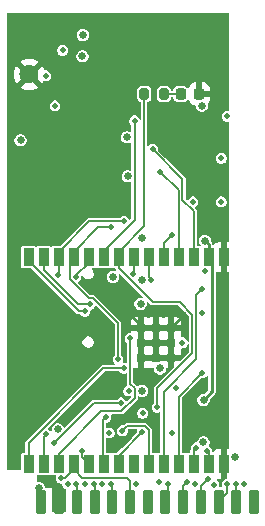
<source format=gtl>
%TF.GenerationSoftware,KiCad,Pcbnew,9.0.4*%
%TF.CreationDate,2025-10-19T20:36:53-04:00*%
%TF.ProjectId,the-spirit-board,7468652d-7370-4697-9269-742d626f6172,rev?*%
%TF.SameCoordinates,Original*%
%TF.FileFunction,Copper,L1,Top*%
%TF.FilePolarity,Positive*%
%FSLAX46Y46*%
G04 Gerber Fmt 4.6, Leading zero omitted, Abs format (unit mm)*
G04 Created by KiCad (PCBNEW 9.0.4) date 2025-10-19 20:36:53*
%MOMM*%
%LPD*%
G01*
G04 APERTURE LIST*
G04 Aperture macros list*
%AMRoundRect*
0 Rectangle with rounded corners*
0 $1 Rounding radius*
0 $2 $3 $4 $5 $6 $7 $8 $9 X,Y pos of 4 corners*
0 Add a 4 corners polygon primitive as box body*
4,1,4,$2,$3,$4,$5,$6,$7,$8,$9,$2,$3,0*
0 Add four circle primitives for the rounded corners*
1,1,$1+$1,$2,$3*
1,1,$1+$1,$4,$5*
1,1,$1+$1,$6,$7*
1,1,$1+$1,$8,$9*
0 Add four rect primitives between the rounded corners*
20,1,$1+$1,$2,$3,$4,$5,0*
20,1,$1+$1,$4,$5,$6,$7,0*
20,1,$1+$1,$6,$7,$8,$9,0*
20,1,$1+$1,$8,$9,$2,$3,0*%
G04 Aperture macros list end*
%TA.AperFunction,SMDPad,CuDef*%
%ADD10RoundRect,0.120000X-0.280000X0.880000X-0.280000X-0.880000X0.280000X-0.880000X0.280000X0.880000X0*%
%TD*%
%TA.AperFunction,SMDPad,CuDef*%
%ADD11RoundRect,0.218750X0.218750X0.256250X-0.218750X0.256250X-0.218750X-0.256250X0.218750X-0.256250X0*%
%TD*%
%TA.AperFunction,SMDPad,CuDef*%
%ADD12RoundRect,0.200000X-0.200000X-0.275000X0.200000X-0.275000X0.200000X0.275000X-0.200000X0.275000X0*%
%TD*%
%TA.AperFunction,SMDPad,CuDef*%
%ADD13R,0.900000X1.500000*%
%TD*%
%TA.AperFunction,SMDPad,CuDef*%
%ADD14R,0.800000X0.800000*%
%TD*%
%TA.AperFunction,ComponentPad*%
%ADD15C,1.625000*%
%TD*%
%TA.AperFunction,ViaPad*%
%ADD16C,0.637000*%
%TD*%
%TA.AperFunction,ViaPad*%
%ADD17C,0.512000*%
%TD*%
%TA.AperFunction,Conductor*%
%ADD18C,0.256000*%
%TD*%
%TA.AperFunction,Conductor*%
%ADD19C,0.127000*%
%TD*%
G04 APERTURE END LIST*
D10*
%TO.P,U1,13,IR*%
%TO.N,unconnected-(U1-IR-Pad13)*%
X161500000Y-144000000D03*
%TO.P,U1,14,/RTS_(SDI)*%
%TO.N,/{slash}RTS_(SDI)*%
X160000000Y-144000000D03*
%TO.P,U1,15,D0*%
%TO.N,/D0*%
X158500000Y-144000000D03*
%TO.P,U1,16,D1*%
%TO.N,/D1*%
X157000000Y-144000000D03*
%TO.P,U1,17,D2_(SDO)*%
%TO.N,/D2_(SDO)*%
X155500000Y-144000000D03*
%TO.P,U1,18,D3_(SCLK)*%
%TO.N,/D3_(SCLK)*%
X154000000Y-144000000D03*
%TO.P,U1,19,/RESET*%
%TO.N,unconnected-(U1-{slash}RESET-Pad19)*%
X152500000Y-144000000D03*
%TO.P,U1,20,/TUMMY*%
%TO.N,/IO20*%
X151000000Y-144000000D03*
%TO.P,U1,21,/BACK*%
%TO.N,/IO21*%
X149500000Y-144000000D03*
%TO.P,U1,22,GEAR_ROT*%
%TO.N,/GEAR_ROT*%
X148000000Y-144000000D03*
%TO.P,U1,23,/CAM_HOME*%
%TO.N,/IO11*%
X146500000Y-144000000D03*
%TO.P,U1,24,GND*%
%TO.N,GND*%
X145000000Y-144000000D03*
%TO.P,U1,25,+5.31V*%
%TO.N,+5.31V*%
X143500000Y-144000000D03*
%TD*%
D11*
%TO.P,D2,1,K*%
%TO.N,GND*%
X156870500Y-109474000D03*
%TO.P,D2,2,A*%
%TO.N,Net-(D2-A)*%
X155295500Y-109474000D03*
%TD*%
D12*
%TO.P,R34,1*%
%TO.N,/IO0*%
X152210000Y-109474000D03*
%TO.P,R34,2*%
%TO.N,Net-(D2-A)*%
X153860000Y-109474000D03*
%TD*%
D13*
%TO.P,IC1,1,GND_1*%
%TO.N,GND*%
X158920000Y-123305000D03*
%TO.P,IC1,2,3V3*%
%TO.N,+3.3V*%
X157650000Y-123305000D03*
%TO.P,IC1,3,EN*%
%TO.N,/EN*%
X156380000Y-123305000D03*
%TO.P,IC1,4,IO4*%
%TO.N,/IO4*%
X155110000Y-123305000D03*
%TO.P,IC1,5,IO5*%
%TO.N,/IO5*%
X153840000Y-123305000D03*
%TO.P,IC1,6,IO6*%
%TO.N,/IO6*%
X152570000Y-123305000D03*
%TO.P,IC1,7,IO7*%
%TO.N,/IO7*%
X151300000Y-123305000D03*
%TO.P,IC1,8,IO0*%
%TO.N,/IO0*%
X150030000Y-123305000D03*
%TO.P,IC1,9,IO1*%
%TO.N,/IO1*%
X148760000Y-123305000D03*
%TO.P,IC1,10,IO8*%
%TO.N,/IO8*%
X147490000Y-123305000D03*
%TO.P,IC1,11,IO10*%
%TO.N,/IO10*%
X146220000Y-123305000D03*
%TO.P,IC1,12,IO11*%
%TO.N,/IO11*%
X144950000Y-123305000D03*
%TO.P,IC1,13,IO12*%
%TO.N,/IO12*%
X143680000Y-123305000D03*
%TO.P,IC1,14,IO13*%
%TO.N,/IO13*%
X142410000Y-123305000D03*
%TO.P,IC1,15,IO9*%
%TO.N,/IO9*%
X142410000Y-140805000D03*
%TO.P,IC1,16,IO18*%
%TO.N,/IO18*%
X143680000Y-140805000D03*
%TO.P,IC1,17,IO19*%
%TO.N,/IO19*%
X144950000Y-140805000D03*
%TO.P,IC1,18,IO20*%
%TO.N,/IO20*%
X146220000Y-140805000D03*
%TO.P,IC1,19,IO21*%
%TO.N,/IO21*%
X147490000Y-140805000D03*
%TO.P,IC1,20,IO22*%
%TO.N,/IO22*%
X148760000Y-140805000D03*
%TO.P,IC1,21,IO23*%
%TO.N,/IO23*%
X150030000Y-140805000D03*
%TO.P,IC1,22,NC*%
%TO.N,unconnected-(IC1-NC-Pad22)*%
X151300000Y-140805000D03*
%TO.P,IC1,23,IO15*%
%TO.N,/IO15*%
X152570000Y-140805000D03*
%TO.P,IC1,24,RXD0*%
%TO.N,/RXD0*%
X153840000Y-140805000D03*
%TO.P,IC1,25,TXD0*%
%TO.N,/TXD0*%
X155110000Y-140805000D03*
%TO.P,IC1,26,IO3*%
%TO.N,/IO3*%
X156380000Y-140805000D03*
%TO.P,IC1,27,IO2*%
%TO.N,/IO2*%
X157650000Y-140805000D03*
%TO.P,IC1,28,GND_2*%
%TO.N,GND*%
X158920000Y-140805000D03*
D14*
%TO.P,IC1,29,GND_3*%
X153200000Y-130550000D03*
%TO.P,IC1,30,GND_4*%
X154450000Y-129300000D03*
%TO.P,IC1,31,GND_5*%
X153200000Y-129300000D03*
%TO.P,IC1,32,GND_6*%
X151950000Y-129300000D03*
%TO.P,IC1,33,GND_7*%
X151950000Y-130550000D03*
%TO.P,IC1,34,GND_8*%
X151950000Y-131800000D03*
%TO.P,IC1,35,GND_9*%
X153200000Y-131800000D03*
%TO.P,IC1,36,GND_10*%
X154450000Y-131800000D03*
%TO.P,IC1,37,GND_11*%
X154450000Y-130550000D03*
%TD*%
D15*
%TO.P,IC3,3,GND*%
%TO.N,GND*%
X142481000Y-107834000D03*
%TD*%
D16*
%TO.N,GND*%
X155480963Y-128237037D03*
X143668000Y-142113000D03*
X145161000Y-133604000D03*
X158115000Y-110998000D03*
X147000000Y-117000000D03*
X142875000Y-131699000D03*
X149500000Y-133500000D03*
X145034000Y-121285000D03*
X147614500Y-131445000D03*
X151003000Y-128143000D03*
X143002000Y-121285000D03*
D17*
%TO.N,/EN*%
X152908000Y-114173000D03*
D16*
%TO.N,+3.3V*%
X152005750Y-121693324D03*
X153543000Y-132718502D03*
X152019000Y-134620000D03*
D17*
X149236500Y-138179076D03*
D16*
X157214307Y-138972496D03*
X144876463Y-137891463D03*
X141732000Y-113411000D03*
X147000000Y-104500000D03*
X157353000Y-121920000D03*
X151892000Y-127254000D03*
X152006497Y-125222000D03*
X150749000Y-113157000D03*
X146968000Y-106299000D03*
X157226000Y-135382000D03*
X150802000Y-116459000D03*
%TO.N,+5.31V*%
X143318500Y-142873539D03*
X159888502Y-140208000D03*
D17*
%TO.N,/RXD0*%
X144653000Y-110490000D03*
X157119500Y-125984000D03*
%TO.N,/IO15*%
X145708389Y-142506074D03*
X150356500Y-138007457D03*
%TO.N,/IO20*%
X145188315Y-142019792D03*
%TO.N,/IO21*%
X146945399Y-139691555D03*
X149352000Y-142505500D03*
%TO.N,/IO8*%
X146431000Y-124968000D03*
X147206201Y-142505500D03*
%TO.N,/IO10*%
X149352000Y-120788500D03*
X149987000Y-131953000D03*
%TO.N,/TXD0*%
X157119500Y-133096000D03*
X145288000Y-105791000D03*
%TO.N,/IO12*%
X147587948Y-127296578D03*
%TO.N,/IO6*%
X152781000Y-125222000D03*
%TO.N,/IO11*%
X144907000Y-124841000D03*
X150495000Y-120269000D03*
X146431000Y-142494000D03*
%TO.N,/IO1*%
X151384000Y-111760000D03*
%TO.N,/IO23*%
X152019198Y-138105613D03*
%TO.N,/IO19*%
X151003000Y-130175000D03*
%TO.N,/IO5*%
X154559000Y-121412000D03*
%TO.N,/IO3*%
X156337000Y-118618000D03*
X156600000Y-139446000D03*
%TO.N,/IO13*%
X147193000Y-127889000D03*
%TO.N,/IO0*%
X153320500Y-136017000D03*
%TO.N,/IO22*%
X156488651Y-142469349D03*
X148971000Y-136867503D03*
%TO.N,/IO4*%
X153543000Y-116078000D03*
%TO.N,/IO18*%
X143891000Y-138303000D03*
X143891000Y-107950000D03*
%TO.N,/IO7*%
X148628656Y-142516841D03*
X151257000Y-124714000D03*
%TO.N,/{slash}INIT*%
X150241000Y-135636000D03*
X144526000Y-139065000D03*
X154559000Y-138176000D03*
%TO.N,/D2_(SDO)*%
X155785067Y-142360183D03*
X157353000Y-124511002D03*
%TO.N,/GEAR_ROT*%
X150876000Y-134620000D03*
X147917168Y-142543889D03*
%TO.N,/D3_(SCLK)*%
X157119500Y-128016000D03*
X154230500Y-142494000D03*
%TO.N,/D0*%
X159232876Y-142543938D03*
X158724500Y-118618000D03*
%TO.N,/TILT*%
X158110027Y-142554590D03*
X152075613Y-136524802D03*
%TO.N,/{slash}RTS_(SDI)*%
X159944876Y-142545682D03*
%TO.N,/GEAR_LED*%
X154928500Y-134366000D03*
X151519500Y-142494000D03*
%TO.N,/D1*%
X158724500Y-114935000D03*
X157574951Y-142084865D03*
%TO.N,/{slash}CTS*%
X159244000Y-111379000D03*
X160655000Y-142494000D03*
%TO.N,/IO2*%
X157480000Y-139700000D03*
D16*
%TO.N,V_USB*%
X157079963Y-110467500D03*
X149565500Y-124968000D03*
D17*
%TO.N,/{slash}POWER_DOWN*%
X155436500Y-130556000D03*
X153416000Y-142367000D03*
%TO.N,/IO9*%
X150483500Y-132715000D03*
%TD*%
D18*
%TO.N,GND*%
X154450000Y-129268000D02*
X155480963Y-128237037D01*
X154450000Y-129300000D02*
X154450000Y-129268000D01*
X144113000Y-142113000D02*
X143668000Y-142113000D01*
X151950000Y-129090000D02*
X151003000Y-128143000D01*
X145000000Y-143000000D02*
X144113000Y-142113000D01*
X151950000Y-129300000D02*
X151950000Y-129090000D01*
X145000000Y-144000000D02*
X145000000Y-143000000D01*
D19*
%TO.N,/EN*%
X155438000Y-118455099D02*
X155438000Y-116703000D01*
X156380000Y-119397099D02*
X155438000Y-118455099D01*
X156380000Y-123305000D02*
X156380000Y-119397099D01*
X155438000Y-116703000D02*
X152908000Y-114173000D01*
D18*
%TO.N,+3.3V*%
X157938000Y-134670000D02*
X157938000Y-123593000D01*
X157650000Y-123305000D02*
X157650000Y-122217000D01*
X157650000Y-122217000D02*
X157353000Y-121920000D01*
X157226000Y-135382000D02*
X157938000Y-134670000D01*
X157938000Y-123593000D02*
X157650000Y-123305000D01*
%TO.N,+5.31V*%
X143500000Y-144000000D02*
X143500000Y-143055039D01*
X143500000Y-143055039D02*
X143318500Y-142873539D01*
D19*
%TO.N,/RXD0*%
X156599000Y-131959401D02*
X156599000Y-126504500D01*
X153840000Y-134718401D02*
X156599000Y-131959401D01*
X156599000Y-126504500D02*
X157119500Y-125984000D01*
X153840000Y-140805000D02*
X153840000Y-134718401D01*
%TO.N,/IO15*%
X152570000Y-137920316D02*
X152234797Y-137585113D01*
X152570000Y-140805000D02*
X152570000Y-137920316D01*
X152234797Y-137585113D02*
X150778844Y-137585113D01*
X150778844Y-137585113D02*
X150356500Y-138007457D01*
%TO.N,/IO20*%
X150749000Y-141986000D02*
X146942000Y-141986000D01*
X146942000Y-141986000D02*
X146220000Y-141264000D01*
X145464208Y-142019792D02*
X145188315Y-142019792D01*
X151000000Y-144000000D02*
X151000000Y-142237000D01*
X151000000Y-142237000D02*
X150749000Y-141986000D01*
X146220000Y-141264000D02*
X145464208Y-142019792D01*
X146220000Y-141264000D02*
X146220000Y-140805000D01*
%TO.N,/IO21*%
X146945399Y-140260399D02*
X146945399Y-139691555D01*
X147490000Y-140805000D02*
X146945399Y-140260399D01*
X149500000Y-142653500D02*
X149352000Y-142505500D01*
X149500000Y-144000000D02*
X149500000Y-142653500D01*
%TO.N,/IO8*%
X146431000Y-124968000D02*
X146431000Y-124817610D01*
X146431000Y-124817610D02*
X147490000Y-123758610D01*
X147490000Y-123758610D02*
X147490000Y-123305000D01*
%TO.N,/IO10*%
X148277500Y-120788500D02*
X149352000Y-120788500D01*
X147858078Y-126776078D02*
X149987000Y-128905000D01*
X146220000Y-123305000D02*
X146220000Y-122846000D01*
X145910500Y-123614500D02*
X145910500Y-125183599D01*
X145910500Y-125183599D02*
X147502979Y-126776078D01*
X146220000Y-123305000D02*
X145910500Y-123614500D01*
X146220000Y-122846000D02*
X148277500Y-120788500D01*
X147502979Y-126776078D02*
X147858078Y-126776078D01*
X149987000Y-128905000D02*
X149987000Y-131953000D01*
%TO.N,/TXD0*%
X155110000Y-140805000D02*
X155110000Y-135105500D01*
X155110000Y-135105500D02*
X157119500Y-133096000D01*
%TO.N,/IO12*%
X143680000Y-123305000D02*
X143680000Y-124350099D01*
X146626479Y-127296578D02*
X147587948Y-127296578D01*
X143680000Y-124350099D02*
X146626479Y-127296578D01*
%TO.N,/IO6*%
X152570000Y-123305000D02*
X152570000Y-125011000D01*
X152570000Y-125011000D02*
X152781000Y-125222000D01*
%TO.N,/IO11*%
X144950000Y-122846000D02*
X147527000Y-120269000D01*
X144907000Y-124841000D02*
X144950000Y-124798000D01*
X144950000Y-123305000D02*
X144950000Y-122846000D01*
X144950000Y-124798000D02*
X144950000Y-123305000D01*
X146500000Y-142563000D02*
X146431000Y-142494000D01*
X147527000Y-120269000D02*
X150495000Y-120269000D01*
X146500000Y-144000000D02*
X146500000Y-142563000D01*
%TO.N,/IO1*%
X148760000Y-122740099D02*
X151384000Y-120116099D01*
X148760000Y-123305000D02*
X148760000Y-122740099D01*
X151384000Y-120116099D02*
X151384000Y-111760000D01*
%TO.N,/IO23*%
X150030000Y-140805000D02*
X150030000Y-140094811D01*
X150030000Y-140094811D02*
X152019198Y-138105613D01*
%TO.N,/IO19*%
X144950000Y-140805000D02*
X144950000Y-139928000D01*
X151396500Y-134404401D02*
X151003000Y-134010901D01*
X151003000Y-134010901D02*
X151003000Y-130175000D01*
X148529997Y-136348003D02*
X150265096Y-136348003D01*
X150265096Y-136348003D02*
X151396500Y-135216599D01*
X144950000Y-139928000D02*
X148529997Y-136348003D01*
X151396500Y-135216599D02*
X151396500Y-134404401D01*
%TO.N,/IO5*%
X153840000Y-122131000D02*
X154559000Y-121412000D01*
X153840000Y-123305000D02*
X153840000Y-122131000D01*
%TO.N,/IO3*%
X156380000Y-140805000D02*
X156380000Y-139666000D01*
X156380000Y-139666000D02*
X156600000Y-139446000D01*
%TO.N,/IO13*%
X142410000Y-123305000D02*
X142410000Y-123614000D01*
X142410000Y-123614000D02*
X146685000Y-127889000D01*
X146685000Y-127889000D02*
X147193000Y-127889000D01*
%TO.N,/IO0*%
X152933901Y-127127000D02*
X154432000Y-127127000D01*
X155194000Y-127127000D02*
X156271000Y-128204000D01*
X150030000Y-124223099D02*
X152933901Y-127127000D01*
X150030000Y-123305000D02*
X150030000Y-124223099D01*
X156271000Y-131445000D02*
X153320500Y-134395500D01*
X152210000Y-120666000D02*
X152210000Y-109474000D01*
X154432000Y-127127000D02*
X155194000Y-127127000D01*
X156271000Y-128204000D02*
X156271000Y-131445000D01*
X153320500Y-134395500D02*
X153320500Y-136017000D01*
X150030000Y-122846000D02*
X152210000Y-120666000D01*
X150030000Y-123305000D02*
X150030000Y-122846000D01*
%TO.N,/IO22*%
X148717000Y-137121503D02*
X148717000Y-140762000D01*
X148971000Y-136867503D02*
X148717000Y-137121503D01*
X148717000Y-140762000D02*
X148760000Y-140805000D01*
%TO.N,/IO4*%
X155110000Y-123305000D02*
X155110000Y-117645000D01*
X155110000Y-117645000D02*
X153543000Y-116078000D01*
%TO.N,/IO18*%
X143680000Y-138514000D02*
X143891000Y-138303000D01*
X143680000Y-140805000D02*
X143680000Y-138514000D01*
%TO.N,/IO7*%
X151257000Y-124714000D02*
X151300000Y-124671000D01*
X151300000Y-124671000D02*
X151300000Y-123305000D01*
%TO.N,/{slash}INIT*%
X147955000Y-135636000D02*
X150241000Y-135636000D01*
X144526000Y-139065000D02*
X147955000Y-135636000D01*
X144526000Y-139065000D02*
X144665500Y-138925500D01*
%TO.N,/D2_(SDO)*%
X155500000Y-144000000D02*
X155500000Y-142645250D01*
X155500000Y-142645250D02*
X155785067Y-142360183D01*
%TO.N,/GEAR_ROT*%
X148000000Y-144000000D02*
X148000000Y-142626721D01*
X148000000Y-142626721D02*
X147917168Y-142543889D01*
%TO.N,/D3_(SCLK)*%
X154230500Y-143769500D02*
X154230500Y-142494000D01*
X154000000Y-144000000D02*
X154230500Y-143769500D01*
%TO.N,/D0*%
X158500000Y-144000000D02*
X159232876Y-143267124D01*
X159232876Y-143267124D02*
X159232876Y-142543938D01*
%TO.N,/{slash}RTS_(SDI)*%
X160000000Y-142600806D02*
X160000000Y-144000000D01*
X159944876Y-142545682D02*
X160000000Y-142600806D01*
%TO.N,/D1*%
X157000000Y-144000000D02*
X157000000Y-142659816D01*
X157000000Y-142659816D02*
X157574951Y-142084865D01*
%TO.N,/IO2*%
X157650000Y-140805000D02*
X157650000Y-139870000D01*
X157650000Y-139870000D02*
X157480000Y-139700000D01*
%TO.N,Net-(D2-A)*%
X153860000Y-109474000D02*
X155295500Y-109474000D01*
%TO.N,/IO9*%
X142410000Y-139022000D02*
X148717000Y-132715000D01*
X148717000Y-132715000D02*
X150483500Y-132715000D01*
X142410000Y-140805000D02*
X142410000Y-139022000D01*
%TD*%
%TA.AperFunction,Conductor*%
%TO.N,GND*%
G36*
X144348499Y-141698869D02*
G01*
X144350329Y-141696132D01*
X144421767Y-141743866D01*
X144421769Y-141743867D01*
X144480252Y-141755500D01*
X144705875Y-141755500D01*
X144750069Y-141773806D01*
X144768375Y-141818000D01*
X144763619Y-141841914D01*
X144762925Y-141843589D01*
X144731815Y-141959688D01*
X144731815Y-142079895D01*
X144762924Y-142195991D01*
X144762926Y-142195996D01*
X144788331Y-142240000D01*
X143129000Y-142240000D01*
X143129000Y-141815494D01*
X143147306Y-141771300D01*
X143191500Y-141752994D01*
X143203686Y-141754194D01*
X143210252Y-141755500D01*
X143210255Y-141755500D01*
X144149748Y-141755500D01*
X144208231Y-141743867D01*
X144240957Y-141722000D01*
X144279671Y-141696132D01*
X144281500Y-141698869D01*
X144315000Y-141684993D01*
X144348499Y-141698869D01*
G37*
%TD.AperFunction*%
%TA.AperFunction,Conductor*%
G36*
X159366694Y-102634306D02*
G01*
X159385000Y-102678500D01*
X159385000Y-110862725D01*
X159366694Y-110906919D01*
X159322500Y-110925225D01*
X159306328Y-110923096D01*
X159304108Y-110922501D01*
X159304099Y-110922500D01*
X159183901Y-110922500D01*
X159183896Y-110922500D01*
X159067800Y-110953609D01*
X159067798Y-110953610D01*
X158963701Y-111013709D01*
X158878709Y-111098701D01*
X158818610Y-111202798D01*
X158818609Y-111202800D01*
X158787500Y-111318896D01*
X158787500Y-111439103D01*
X158818609Y-111555199D01*
X158818610Y-111555202D01*
X158878709Y-111659298D01*
X158963702Y-111744291D01*
X159067798Y-111804390D01*
X159138850Y-111823428D01*
X159183896Y-111835499D01*
X159183898Y-111835499D01*
X159183901Y-111835500D01*
X159183903Y-111835500D01*
X159304099Y-111835500D01*
X159306316Y-111834906D01*
X159307464Y-111835057D01*
X159308164Y-111834965D01*
X159308188Y-111835152D01*
X159353743Y-111841144D01*
X159382868Y-111879090D01*
X159385000Y-111895274D01*
X159385000Y-121992500D01*
X159366694Y-122036694D01*
X159322500Y-122055000D01*
X159170000Y-122055000D01*
X159170000Y-124555000D01*
X159322500Y-124555000D01*
X159366694Y-124573306D01*
X159385000Y-124617500D01*
X159385000Y-139492500D01*
X159366694Y-139536694D01*
X159322500Y-139555000D01*
X159170000Y-139555000D01*
X159170000Y-142040224D01*
X159151694Y-142084418D01*
X159123677Y-142100594D01*
X159056676Y-142118547D01*
X159056674Y-142118548D01*
X158952577Y-142178647D01*
X158891224Y-142240000D01*
X158441026Y-142240000D01*
X158390322Y-142189296D01*
X158353341Y-142167945D01*
X158324221Y-142129995D01*
X158330465Y-142082569D01*
X158368415Y-142053449D01*
X158391274Y-142051677D01*
X158422169Y-142054999D01*
X158422178Y-142055000D01*
X158670000Y-142055000D01*
X158670000Y-139555000D01*
X158422164Y-139555000D01*
X158362622Y-139561402D01*
X158227908Y-139611647D01*
X158227905Y-139611649D01*
X158112813Y-139697808D01*
X158112808Y-139697813D01*
X158049033Y-139783006D01*
X158007894Y-139807415D01*
X157961545Y-139795584D01*
X157937136Y-139754445D01*
X157936500Y-139745551D01*
X157936500Y-139639902D01*
X157936499Y-139639896D01*
X157915466Y-139561402D01*
X157905390Y-139523798D01*
X157845291Y-139419702D01*
X157760298Y-139334709D01*
X157760295Y-139334706D01*
X157697555Y-139298483D01*
X157668435Y-139260533D01*
X157674679Y-139213107D01*
X157697938Y-139172822D01*
X157733307Y-139040824D01*
X157733307Y-138904168D01*
X157697938Y-138772170D01*
X157629610Y-138653823D01*
X157629608Y-138653821D01*
X157629605Y-138653817D01*
X157532985Y-138557197D01*
X157532981Y-138557194D01*
X157532980Y-138557193D01*
X157473806Y-138523029D01*
X157414632Y-138488864D01*
X157414628Y-138488863D01*
X157282641Y-138453497D01*
X157282636Y-138453496D01*
X157282635Y-138453496D01*
X157145979Y-138453496D01*
X157145978Y-138453496D01*
X157145972Y-138453497D01*
X157013985Y-138488863D01*
X157013981Y-138488864D01*
X156895632Y-138557194D01*
X156895628Y-138557197D01*
X156799008Y-138653817D01*
X156799005Y-138653821D01*
X156730675Y-138772170D01*
X156730674Y-138772174D01*
X156695308Y-138904161D01*
X156695307Y-138904169D01*
X156695307Y-138927000D01*
X156677001Y-138971194D01*
X156632807Y-138989500D01*
X156539896Y-138989500D01*
X156423800Y-139020609D01*
X156423798Y-139020610D01*
X156319701Y-139080709D01*
X156234709Y-139165701D01*
X156174610Y-139269798D01*
X156174609Y-139269800D01*
X156143500Y-139385896D01*
X156143500Y-139506103D01*
X156144679Y-139510501D01*
X156142051Y-139550592D01*
X156116000Y-139613487D01*
X156116000Y-139792000D01*
X156097694Y-139836194D01*
X156053500Y-139854500D01*
X155910252Y-139854500D01*
X155851769Y-139866132D01*
X155851767Y-139866133D01*
X155780329Y-139913868D01*
X155778499Y-139911130D01*
X155745000Y-139925007D01*
X155711500Y-139911130D01*
X155709671Y-139913868D01*
X155638232Y-139866133D01*
X155638230Y-139866132D01*
X155579748Y-139854500D01*
X155436500Y-139854500D01*
X155392306Y-139836194D01*
X155374000Y-139792000D01*
X155374000Y-135240739D01*
X155392305Y-135196546D01*
X157018045Y-133570805D01*
X157062239Y-133552500D01*
X157179597Y-133552500D01*
X157179599Y-133552500D01*
X157295702Y-133521390D01*
X157399798Y-133461291D01*
X157484791Y-133376298D01*
X157492873Y-133362298D01*
X157530823Y-133333179D01*
X157578250Y-133339422D01*
X157607370Y-133377372D01*
X157609500Y-133393549D01*
X157609500Y-134508042D01*
X157591194Y-134552236D01*
X157298736Y-134844694D01*
X157254542Y-134863000D01*
X157157672Y-134863000D01*
X157157671Y-134863000D01*
X157157665Y-134863001D01*
X157025678Y-134898367D01*
X157025674Y-134898368D01*
X156907325Y-134966698D01*
X156907321Y-134966701D01*
X156810701Y-135063321D01*
X156810698Y-135063325D01*
X156742368Y-135181674D01*
X156742367Y-135181678D01*
X156707001Y-135313665D01*
X156707000Y-135313673D01*
X156707000Y-135450326D01*
X156707001Y-135450334D01*
X156742367Y-135582321D01*
X156742368Y-135582325D01*
X156776533Y-135641499D01*
X156782427Y-135651709D01*
X156810698Y-135700674D01*
X156810701Y-135700678D01*
X156907321Y-135797298D01*
X156907325Y-135797301D01*
X156907327Y-135797303D01*
X157025674Y-135865631D01*
X157157672Y-135901000D01*
X157157673Y-135901000D01*
X157294327Y-135901000D01*
X157294328Y-135901000D01*
X157426326Y-135865631D01*
X157544673Y-135797303D01*
X157641303Y-135700673D01*
X157709631Y-135582326D01*
X157745000Y-135450328D01*
X157745000Y-135353456D01*
X157763305Y-135309263D01*
X158134557Y-134938010D01*
X158134562Y-134938007D01*
X158139702Y-134932866D01*
X158139704Y-134932866D01*
X158200866Y-134871704D01*
X158230529Y-134820326D01*
X158244114Y-134796797D01*
X158266501Y-134713248D01*
X158266501Y-134626752D01*
X158266501Y-134622928D01*
X158266500Y-134622910D01*
X158266500Y-124602762D01*
X158284806Y-124558568D01*
X158329000Y-124540262D01*
X158350845Y-124544204D01*
X158362623Y-124548597D01*
X158422164Y-124554999D01*
X158422178Y-124555000D01*
X158670000Y-124555000D01*
X158670000Y-122055000D01*
X158422164Y-122055000D01*
X158362622Y-122061402D01*
X158227908Y-122111647D01*
X158227905Y-122111649D01*
X158112813Y-122197808D01*
X158112811Y-122197810D01*
X158091033Y-122226902D01*
X158049893Y-122251310D01*
X158003544Y-122239479D01*
X157979136Y-122198339D01*
X157978500Y-122189446D01*
X157978500Y-122173753D01*
X157978498Y-122173745D01*
X157956115Y-122090207D01*
X157956114Y-122090204D01*
X157935789Y-122055000D01*
X157912866Y-122015296D01*
X157912864Y-122015294D01*
X157912861Y-122015290D01*
X157890306Y-121992735D01*
X157872000Y-121948541D01*
X157872000Y-121851673D01*
X157871998Y-121851665D01*
X157871665Y-121850424D01*
X157836631Y-121719674D01*
X157768303Y-121601327D01*
X157768301Y-121601325D01*
X157768298Y-121601321D01*
X157671678Y-121504701D01*
X157671674Y-121504698D01*
X157671673Y-121504697D01*
X157610291Y-121469258D01*
X157553325Y-121436368D01*
X157553321Y-121436367D01*
X157421334Y-121401001D01*
X157421329Y-121401000D01*
X157421328Y-121401000D01*
X157284672Y-121401000D01*
X157284671Y-121401000D01*
X157284665Y-121401001D01*
X157152678Y-121436367D01*
X157152674Y-121436368D01*
X157034325Y-121504698D01*
X157034321Y-121504701D01*
X156937701Y-121601321D01*
X156937698Y-121601325D01*
X156869368Y-121719674D01*
X156869367Y-121719678D01*
X156834001Y-121851665D01*
X156834000Y-121851673D01*
X156834000Y-121988326D01*
X156834001Y-121988334D01*
X156869367Y-122120321D01*
X156869368Y-122120325D01*
X156903533Y-122179499D01*
X156928097Y-122222046D01*
X156937698Y-122238674D01*
X156937701Y-122238678D01*
X156958432Y-122259409D01*
X156976738Y-122303603D01*
X156958432Y-122347797D01*
X156914238Y-122366103D01*
X156902045Y-122364902D01*
X156849748Y-122354500D01*
X156706500Y-122354500D01*
X156662306Y-122336194D01*
X156644000Y-122292000D01*
X156644000Y-119344586D01*
X156643999Y-119344583D01*
X156603810Y-119247558D01*
X156603806Y-119247553D01*
X156498803Y-119142550D01*
X156480497Y-119098356D01*
X156498803Y-119054162D01*
X156511748Y-119044229D01*
X156513200Y-119043390D01*
X156513202Y-119043390D01*
X156617298Y-118983291D01*
X156702291Y-118898298D01*
X156762390Y-118794202D01*
X156793500Y-118678099D01*
X156793500Y-118557901D01*
X156793499Y-118557896D01*
X158268000Y-118557896D01*
X158268000Y-118678103D01*
X158291138Y-118764451D01*
X158299110Y-118794202D01*
X158359209Y-118898298D01*
X158444202Y-118983291D01*
X158548298Y-119043390D01*
X158619350Y-119062428D01*
X158664396Y-119074499D01*
X158664398Y-119074499D01*
X158664401Y-119074500D01*
X158664403Y-119074500D01*
X158784597Y-119074500D01*
X158784599Y-119074500D01*
X158900702Y-119043390D01*
X159004798Y-118983291D01*
X159089791Y-118898298D01*
X159149890Y-118794202D01*
X159181000Y-118678099D01*
X159181000Y-118557901D01*
X159149890Y-118441798D01*
X159089791Y-118337702D01*
X159004798Y-118252709D01*
X158900702Y-118192610D01*
X158900699Y-118192609D01*
X158784603Y-118161500D01*
X158784599Y-118161500D01*
X158664401Y-118161500D01*
X158664396Y-118161500D01*
X158548300Y-118192609D01*
X158548298Y-118192610D01*
X158444201Y-118252709D01*
X158359209Y-118337701D01*
X158299110Y-118441798D01*
X158299109Y-118441800D01*
X158268000Y-118557896D01*
X156793499Y-118557896D01*
X156762390Y-118441798D01*
X156702291Y-118337702D01*
X156617298Y-118252709D01*
X156513202Y-118192610D01*
X156513199Y-118192609D01*
X156397103Y-118161500D01*
X156397099Y-118161500D01*
X156276901Y-118161500D01*
X156276896Y-118161500D01*
X156160800Y-118192609D01*
X156160798Y-118192610D01*
X156056701Y-118252709D01*
X155971709Y-118337701D01*
X155910770Y-118443252D01*
X155872819Y-118472372D01*
X155825393Y-118466129D01*
X155812449Y-118456196D01*
X155720306Y-118364053D01*
X155702000Y-118319859D01*
X155702000Y-116650487D01*
X155701999Y-116650484D01*
X155661810Y-116553459D01*
X155661806Y-116553454D01*
X153983248Y-114874896D01*
X158268000Y-114874896D01*
X158268000Y-114995103D01*
X158299109Y-115111199D01*
X158299110Y-115111202D01*
X158359209Y-115215298D01*
X158444202Y-115300291D01*
X158548298Y-115360390D01*
X158619350Y-115379428D01*
X158664396Y-115391499D01*
X158664398Y-115391499D01*
X158664401Y-115391500D01*
X158664403Y-115391500D01*
X158784597Y-115391500D01*
X158784599Y-115391500D01*
X158900702Y-115360390D01*
X159004798Y-115300291D01*
X159089791Y-115215298D01*
X159149890Y-115111202D01*
X159181000Y-114995099D01*
X159181000Y-114874901D01*
X159149890Y-114758798D01*
X159089791Y-114654702D01*
X159004798Y-114569709D01*
X158900702Y-114509610D01*
X158900699Y-114509609D01*
X158784603Y-114478500D01*
X158784599Y-114478500D01*
X158664401Y-114478500D01*
X158664396Y-114478500D01*
X158548300Y-114509609D01*
X158548298Y-114509610D01*
X158444201Y-114569709D01*
X158359209Y-114654701D01*
X158299110Y-114758798D01*
X158299109Y-114758800D01*
X158268000Y-114874896D01*
X153983248Y-114874896D01*
X153382806Y-114274454D01*
X153364500Y-114230260D01*
X153364500Y-114112902D01*
X153364499Y-114112896D01*
X153342000Y-114028930D01*
X153333390Y-113996798D01*
X153273291Y-113892702D01*
X153188298Y-113807709D01*
X153084202Y-113747610D01*
X153084199Y-113747609D01*
X152968103Y-113716500D01*
X152968099Y-113716500D01*
X152847901Y-113716500D01*
X152847896Y-113716500D01*
X152731800Y-113747609D01*
X152731798Y-113747610D01*
X152627701Y-113807709D01*
X152580694Y-113854717D01*
X152536500Y-113873023D01*
X152492306Y-113854717D01*
X152474000Y-113810523D01*
X152474000Y-110197735D01*
X152492306Y-110153541D01*
X152526723Y-110136004D01*
X152535304Y-110134646D01*
X152648342Y-110077050D01*
X152738050Y-109987342D01*
X152795646Y-109874304D01*
X152795647Y-109874298D01*
X152810498Y-109780532D01*
X152810498Y-109780531D01*
X152810500Y-109780519D01*
X152810499Y-109167483D01*
X153259500Y-109167483D01*
X153259500Y-109780514D01*
X153259501Y-109780519D01*
X153274354Y-109874304D01*
X153274354Y-109874305D01*
X153309646Y-109943568D01*
X153331950Y-109987342D01*
X153421658Y-110077050D01*
X153534696Y-110134646D01*
X153534699Y-110134646D01*
X153534701Y-110134647D01*
X153628467Y-110149498D01*
X153628469Y-110149498D01*
X153628481Y-110149500D01*
X154091518Y-110149499D01*
X154185304Y-110134646D01*
X154298342Y-110077050D01*
X154388050Y-109987342D01*
X154445646Y-109874304D01*
X154445647Y-109874298D01*
X154458885Y-109790722D01*
X154469007Y-109774204D01*
X154476421Y-109756306D01*
X154481184Y-109754332D01*
X154483879Y-109749936D01*
X154520615Y-109738000D01*
X154600121Y-109738000D01*
X154644315Y-109756306D01*
X154661851Y-109790723D01*
X154673047Y-109861414D01*
X154673049Y-109861421D01*
X154733264Y-109979598D01*
X154733342Y-109979751D01*
X154827249Y-110073658D01*
X154945580Y-110133951D01*
X154945583Y-110133951D01*
X154945585Y-110133952D01*
X155043740Y-110149498D01*
X155043746Y-110149498D01*
X155043754Y-110149500D01*
X155043756Y-110149500D01*
X155547244Y-110149500D01*
X155547246Y-110149500D01*
X155551496Y-110148827D01*
X155645414Y-110133952D01*
X155645414Y-110133951D01*
X155645420Y-110133951D01*
X155763751Y-110073658D01*
X155857658Y-109979751D01*
X155862175Y-109970884D01*
X155898548Y-109939817D01*
X155946236Y-109943568D01*
X155977192Y-109979598D01*
X155995906Y-110036074D01*
X156084112Y-110179078D01*
X156202921Y-110297887D01*
X156345925Y-110386093D01*
X156505418Y-110438943D01*
X156508757Y-110439658D01*
X156508497Y-110440868D01*
X156546917Y-110461580D01*
X156560963Y-110501058D01*
X156560963Y-110535826D01*
X156560964Y-110535834D01*
X156596330Y-110667821D01*
X156596331Y-110667825D01*
X156664661Y-110786174D01*
X156664664Y-110786178D01*
X156761284Y-110882798D01*
X156761288Y-110882801D01*
X156761290Y-110882803D01*
X156879637Y-110951131D01*
X157011635Y-110986500D01*
X157011636Y-110986500D01*
X157148290Y-110986500D01*
X157148291Y-110986500D01*
X157280289Y-110951131D01*
X157398636Y-110882803D01*
X157495266Y-110786173D01*
X157563594Y-110667826D01*
X157598963Y-110535828D01*
X157598963Y-110399172D01*
X157595458Y-110386093D01*
X157576087Y-110313800D01*
X157574031Y-110306126D01*
X157580274Y-110258702D01*
X157590207Y-110245756D01*
X157656888Y-110179076D01*
X157745093Y-110036074D01*
X157797944Y-109876578D01*
X157807999Y-109778150D01*
X157808000Y-109778141D01*
X157808000Y-109724000D01*
X156933000Y-109724000D01*
X156888806Y-109705694D01*
X156870500Y-109661500D01*
X156870500Y-109474000D01*
X156683000Y-109474000D01*
X156638806Y-109455694D01*
X156620500Y-109411500D01*
X156620500Y-109224000D01*
X157120500Y-109224000D01*
X157807999Y-109224000D01*
X157807999Y-109169860D01*
X157807998Y-109169848D01*
X157797944Y-109071425D01*
X157797943Y-109071418D01*
X157745093Y-108911925D01*
X157656887Y-108768921D01*
X157538078Y-108650112D01*
X157395074Y-108561906D01*
X157235578Y-108509055D01*
X157137150Y-108499000D01*
X157120500Y-108499000D01*
X157120500Y-109224000D01*
X156620500Y-109224000D01*
X156620500Y-108499000D01*
X156620499Y-108498999D01*
X156603862Y-108499000D01*
X156603846Y-108499001D01*
X156505425Y-108509055D01*
X156505418Y-108509056D01*
X156345925Y-108561906D01*
X156202921Y-108650112D01*
X156084112Y-108768921D01*
X155995905Y-108911927D01*
X155977191Y-108968402D01*
X155945913Y-109004594D01*
X155898204Y-109008069D01*
X155862176Y-108977116D01*
X155857658Y-108968249D01*
X155763751Y-108874342D01*
X155645421Y-108814049D01*
X155645414Y-108814047D01*
X155547259Y-108798501D01*
X155547247Y-108798500D01*
X155547246Y-108798500D01*
X155043754Y-108798500D01*
X155043752Y-108798500D01*
X155043740Y-108798501D01*
X154945585Y-108814047D01*
X154945578Y-108814049D01*
X154827248Y-108874342D01*
X154733342Y-108968248D01*
X154673049Y-109086578D01*
X154673047Y-109086585D01*
X154661851Y-109157277D01*
X154651729Y-109173793D01*
X154644315Y-109191694D01*
X154639551Y-109193667D01*
X154636857Y-109198064D01*
X154600121Y-109210000D01*
X154520614Y-109210000D01*
X154476420Y-109191694D01*
X154458883Y-109157277D01*
X154456572Y-109142689D01*
X154445646Y-109073696D01*
X154388050Y-108960658D01*
X154298342Y-108870950D01*
X154185305Y-108813354D01*
X154185298Y-108813352D01*
X154091532Y-108798501D01*
X154091520Y-108798500D01*
X154091519Y-108798500D01*
X154091516Y-108798500D01*
X153628485Y-108798500D01*
X153628480Y-108798501D01*
X153534695Y-108813354D01*
X153534694Y-108813354D01*
X153421657Y-108870950D01*
X153331950Y-108960657D01*
X153274354Y-109073694D01*
X153274352Y-109073701D01*
X153259501Y-109167467D01*
X153259500Y-109167483D01*
X152810499Y-109167483D01*
X152810499Y-109167482D01*
X152795646Y-109073696D01*
X152738050Y-108960658D01*
X152648342Y-108870950D01*
X152535305Y-108813354D01*
X152535298Y-108813352D01*
X152441532Y-108798501D01*
X152441520Y-108798500D01*
X152441519Y-108798500D01*
X152441516Y-108798500D01*
X151978485Y-108798500D01*
X151978480Y-108798501D01*
X151884695Y-108813354D01*
X151884694Y-108813354D01*
X151771657Y-108870950D01*
X151681950Y-108960657D01*
X151624354Y-109073694D01*
X151624352Y-109073701D01*
X151609501Y-109167467D01*
X151609500Y-109167483D01*
X151609500Y-109780514D01*
X151609501Y-109780519D01*
X151624354Y-109874304D01*
X151624354Y-109874305D01*
X151659646Y-109943568D01*
X151681950Y-109987342D01*
X151771658Y-110077050D01*
X151884696Y-110134646D01*
X151893276Y-110136004D01*
X151934062Y-110160996D01*
X151946000Y-110197735D01*
X151946000Y-111618898D01*
X151927694Y-111663092D01*
X151883500Y-111681398D01*
X151839306Y-111663092D01*
X151823130Y-111635075D01*
X151818795Y-111618898D01*
X151809390Y-111583798D01*
X151749291Y-111479702D01*
X151664298Y-111394709D01*
X151560202Y-111334610D01*
X151560199Y-111334609D01*
X151444103Y-111303500D01*
X151444099Y-111303500D01*
X151323901Y-111303500D01*
X151323896Y-111303500D01*
X151207800Y-111334609D01*
X151207798Y-111334610D01*
X151103701Y-111394709D01*
X151018709Y-111479701D01*
X150958610Y-111583798D01*
X150958609Y-111583800D01*
X150927500Y-111699896D01*
X150927500Y-111820103D01*
X150958609Y-111936198D01*
X150958610Y-111936202D01*
X151018709Y-112040298D01*
X151101694Y-112123283D01*
X151120000Y-112167477D01*
X151120000Y-112663654D01*
X151101694Y-112707848D01*
X151057500Y-112726154D01*
X151026250Y-112717781D01*
X150949325Y-112673368D01*
X150949321Y-112673367D01*
X150817334Y-112638001D01*
X150817329Y-112638000D01*
X150817328Y-112638000D01*
X150680672Y-112638000D01*
X150680671Y-112638000D01*
X150680665Y-112638001D01*
X150548678Y-112673367D01*
X150548674Y-112673368D01*
X150430325Y-112741698D01*
X150430321Y-112741701D01*
X150333701Y-112838321D01*
X150333698Y-112838325D01*
X150265368Y-112956674D01*
X150265367Y-112956678D01*
X150230001Y-113088665D01*
X150230000Y-113088673D01*
X150230000Y-113225326D01*
X150230001Y-113225334D01*
X150265367Y-113357321D01*
X150265368Y-113357325D01*
X150333698Y-113475674D01*
X150333701Y-113475678D01*
X150430321Y-113572298D01*
X150430325Y-113572301D01*
X150430327Y-113572303D01*
X150548674Y-113640631D01*
X150680672Y-113676000D01*
X150680673Y-113676000D01*
X150817327Y-113676000D01*
X150817328Y-113676000D01*
X150949326Y-113640631D01*
X151000084Y-113611326D01*
X151026250Y-113596219D01*
X151073676Y-113589975D01*
X151111626Y-113619095D01*
X151120000Y-113650345D01*
X151120000Y-115935054D01*
X151101694Y-115979248D01*
X151057500Y-115997554D01*
X151026251Y-115989181D01*
X151002329Y-115975370D01*
X151002321Y-115975367D01*
X150870334Y-115940001D01*
X150870329Y-115940000D01*
X150870328Y-115940000D01*
X150733672Y-115940000D01*
X150733671Y-115940000D01*
X150733665Y-115940001D01*
X150601678Y-115975367D01*
X150601674Y-115975368D01*
X150483325Y-116043698D01*
X150483321Y-116043701D01*
X150386701Y-116140321D01*
X150386698Y-116140325D01*
X150318368Y-116258674D01*
X150318367Y-116258678D01*
X150283001Y-116390665D01*
X150283000Y-116390673D01*
X150283000Y-116527326D01*
X150283001Y-116527334D01*
X150318367Y-116659321D01*
X150318368Y-116659325D01*
X150386698Y-116777674D01*
X150386701Y-116777678D01*
X150483321Y-116874298D01*
X150483325Y-116874301D01*
X150483327Y-116874303D01*
X150601674Y-116942631D01*
X150733672Y-116978000D01*
X150733673Y-116978000D01*
X150870327Y-116978000D01*
X150870328Y-116978000D01*
X151002326Y-116942631D01*
X151026249Y-116928819D01*
X151073675Y-116922574D01*
X151111626Y-116951694D01*
X151120000Y-116982945D01*
X151120000Y-119980858D01*
X151101694Y-120025052D01*
X151019550Y-120107196D01*
X150975356Y-120125502D01*
X150931162Y-120107196D01*
X150921229Y-120094252D01*
X150892905Y-120045193D01*
X150860291Y-119988702D01*
X150775298Y-119903709D01*
X150671202Y-119843610D01*
X150671199Y-119843609D01*
X150555103Y-119812500D01*
X150555099Y-119812500D01*
X150434901Y-119812500D01*
X150434896Y-119812500D01*
X150318800Y-119843609D01*
X150318798Y-119843610D01*
X150214701Y-119903709D01*
X150131716Y-119986694D01*
X150087522Y-120005000D01*
X147474484Y-120005000D01*
X147377459Y-120045189D01*
X147377454Y-120045193D01*
X145086454Y-122336194D01*
X145042260Y-122354500D01*
X144480252Y-122354500D01*
X144421769Y-122366132D01*
X144421767Y-122366133D01*
X144350329Y-122413868D01*
X144348499Y-122411130D01*
X144315000Y-122425007D01*
X144281500Y-122411130D01*
X144279671Y-122413868D01*
X144208232Y-122366133D01*
X144208230Y-122366132D01*
X144149748Y-122354500D01*
X143210252Y-122354500D01*
X143151769Y-122366132D01*
X143151767Y-122366133D01*
X143080329Y-122413868D01*
X143078499Y-122411130D01*
X143045000Y-122425007D01*
X143011500Y-122411130D01*
X143009671Y-122413868D01*
X142938232Y-122366133D01*
X142938230Y-122366132D01*
X142879748Y-122354500D01*
X141940252Y-122354500D01*
X141881769Y-122366132D01*
X141881767Y-122366133D01*
X141815447Y-122410447D01*
X141771133Y-122476767D01*
X141771132Y-122476769D01*
X141759500Y-122535251D01*
X141759500Y-124074748D01*
X141771132Y-124133230D01*
X141771133Y-124133232D01*
X141815447Y-124199552D01*
X141881767Y-124243866D01*
X141881769Y-124243867D01*
X141940252Y-124255500D01*
X142652260Y-124255500D01*
X142696453Y-124273805D01*
X146535456Y-128112809D01*
X146632487Y-128153000D01*
X146785522Y-128153000D01*
X146829716Y-128171306D01*
X146911590Y-128253179D01*
X146912702Y-128254291D01*
X147016798Y-128314390D01*
X147087850Y-128333428D01*
X147132896Y-128345499D01*
X147132898Y-128345499D01*
X147132901Y-128345500D01*
X147132903Y-128345500D01*
X147253097Y-128345500D01*
X147253099Y-128345500D01*
X147369202Y-128314390D01*
X147473298Y-128254291D01*
X147558291Y-128169298D01*
X147618390Y-128065202D01*
X147649500Y-127949099D01*
X147649500Y-127828901D01*
X147646623Y-127818165D01*
X147652865Y-127770741D01*
X147690812Y-127741618D01*
X147690816Y-127741618D01*
X147690817Y-127741618D01*
X147764146Y-127721969D01*
X147764145Y-127721969D01*
X147764150Y-127721968D01*
X147868246Y-127661869D01*
X147953239Y-127576876D01*
X148013338Y-127472780D01*
X148020842Y-127444776D01*
X148049962Y-127406825D01*
X148097388Y-127400582D01*
X148125406Y-127416758D01*
X149704694Y-128996046D01*
X149723000Y-129040240D01*
X149723000Y-131545522D01*
X149704694Y-131589716D01*
X149621709Y-131672701D01*
X149561610Y-131776798D01*
X149561609Y-131776800D01*
X149530500Y-131892896D01*
X149530500Y-132013103D01*
X149556181Y-132108941D01*
X149561610Y-132129202D01*
X149602197Y-132199502D01*
X149621709Y-132233298D01*
X149706702Y-132318291D01*
X149734557Y-132334373D01*
X149763678Y-132372323D01*
X149757435Y-132419749D01*
X149719485Y-132448870D01*
X149703308Y-132451000D01*
X148664487Y-132451000D01*
X148567457Y-132491190D01*
X148567454Y-132491192D01*
X142260456Y-138798192D01*
X142186193Y-138872454D01*
X142186189Y-138872459D01*
X142146000Y-138969484D01*
X142146000Y-139792000D01*
X142127694Y-139836194D01*
X142083500Y-139854500D01*
X141940252Y-139854500D01*
X141881769Y-139866132D01*
X141881767Y-139866133D01*
X141815447Y-139910447D01*
X141771133Y-139976767D01*
X141771132Y-139976769D01*
X141759500Y-140035251D01*
X141759500Y-141288500D01*
X141741194Y-141332694D01*
X141697000Y-141351000D01*
X140651500Y-141351000D01*
X140607306Y-141332694D01*
X140589000Y-141288500D01*
X140589000Y-130422393D01*
X146972500Y-130422393D01*
X146972500Y-130547606D01*
X146999725Y-130649204D01*
X147004905Y-130668536D01*
X147067505Y-130776964D01*
X147156036Y-130865495D01*
X147264464Y-130928095D01*
X147321132Y-130943279D01*
X147385393Y-130960499D01*
X147385399Y-130960500D01*
X147510601Y-130960500D01*
X147510606Y-130960499D01*
X147546533Y-130950871D01*
X147631536Y-130928095D01*
X147739964Y-130865495D01*
X147828495Y-130776964D01*
X147891095Y-130668536D01*
X147923500Y-130547601D01*
X147923500Y-130422399D01*
X147923499Y-130422393D01*
X147904422Y-130351199D01*
X147891095Y-130301464D01*
X147828495Y-130193036D01*
X147739964Y-130104505D01*
X147631536Y-130041905D01*
X147631533Y-130041904D01*
X147510606Y-130009500D01*
X147510601Y-130009500D01*
X147385399Y-130009500D01*
X147385393Y-130009500D01*
X147264466Y-130041904D01*
X147264464Y-130041905D01*
X147156035Y-130104505D01*
X147067505Y-130193035D01*
X147004905Y-130301464D01*
X147004904Y-130301466D01*
X146972500Y-130422393D01*
X140589000Y-130422393D01*
X140589000Y-113342673D01*
X141213000Y-113342673D01*
X141213000Y-113479326D01*
X141213001Y-113479334D01*
X141248367Y-113611321D01*
X141248368Y-113611325D01*
X141316698Y-113729674D01*
X141316701Y-113729678D01*
X141413321Y-113826298D01*
X141413325Y-113826301D01*
X141413327Y-113826303D01*
X141531674Y-113894631D01*
X141663672Y-113930000D01*
X141663673Y-113930000D01*
X141800327Y-113930000D01*
X141800328Y-113930000D01*
X141932326Y-113894631D01*
X142050673Y-113826303D01*
X142147303Y-113729673D01*
X142215631Y-113611326D01*
X142251000Y-113479328D01*
X142251000Y-113342672D01*
X142215631Y-113210674D01*
X142147303Y-113092327D01*
X142147301Y-113092325D01*
X142147298Y-113092321D01*
X142050678Y-112995701D01*
X142050674Y-112995698D01*
X142050673Y-112995697D01*
X141991499Y-112961533D01*
X141932325Y-112927368D01*
X141932321Y-112927367D01*
X141800334Y-112892001D01*
X141800329Y-112892000D01*
X141800328Y-112892000D01*
X141663672Y-112892000D01*
X141663671Y-112892000D01*
X141663665Y-112892001D01*
X141531678Y-112927367D01*
X141531674Y-112927368D01*
X141413325Y-112995698D01*
X141413321Y-112995701D01*
X141316701Y-113092321D01*
X141316698Y-113092325D01*
X141248368Y-113210674D01*
X141248367Y-113210678D01*
X141213001Y-113342665D01*
X141213000Y-113342673D01*
X140589000Y-113342673D01*
X140589000Y-110429896D01*
X144196500Y-110429896D01*
X144196500Y-110550103D01*
X144227609Y-110666199D01*
X144227610Y-110666202D01*
X144287709Y-110770298D01*
X144372702Y-110855291D01*
X144476798Y-110915390D01*
X144547850Y-110934428D01*
X144592896Y-110946499D01*
X144592898Y-110946499D01*
X144592901Y-110946500D01*
X144592903Y-110946500D01*
X144713097Y-110946500D01*
X144713099Y-110946500D01*
X144829202Y-110915390D01*
X144933298Y-110855291D01*
X145018291Y-110770298D01*
X145078390Y-110666202D01*
X145109500Y-110550099D01*
X145109500Y-110429901D01*
X145078390Y-110313798D01*
X145018291Y-110209702D01*
X144933298Y-110124709D01*
X144829202Y-110064610D01*
X144829199Y-110064609D01*
X144713103Y-110033500D01*
X144713099Y-110033500D01*
X144592901Y-110033500D01*
X144592896Y-110033500D01*
X144476800Y-110064609D01*
X144476798Y-110064610D01*
X144372701Y-110124709D01*
X144287709Y-110209701D01*
X144227610Y-110313798D01*
X144227609Y-110313800D01*
X144196500Y-110429896D01*
X140589000Y-110429896D01*
X140589000Y-107730706D01*
X141168500Y-107730706D01*
X141168500Y-107937293D01*
X141168501Y-107937309D01*
X141200817Y-108141339D01*
X141200819Y-108141348D01*
X141264657Y-108337823D01*
X141264658Y-108337826D01*
X141358451Y-108521903D01*
X141392574Y-108568870D01*
X141987830Y-107973614D01*
X142003426Y-108031817D01*
X142070898Y-108148682D01*
X142166318Y-108244102D01*
X142283183Y-108311574D01*
X142341383Y-108327168D01*
X141746127Y-108922424D01*
X141793096Y-108956548D01*
X141977173Y-109050341D01*
X141977176Y-109050342D01*
X142173651Y-109114180D01*
X142173660Y-109114182D01*
X142377690Y-109146498D01*
X142377706Y-109146500D01*
X142584294Y-109146500D01*
X142584309Y-109146498D01*
X142788339Y-109114182D01*
X142788348Y-109114180D01*
X142984823Y-109050342D01*
X142984831Y-109050338D01*
X143168897Y-108956552D01*
X143168902Y-108956549D01*
X143215871Y-108922424D01*
X142620615Y-108327168D01*
X142678817Y-108311574D01*
X142795682Y-108244102D01*
X142891102Y-108148682D01*
X142958574Y-108031817D01*
X142974168Y-107973615D01*
X143569424Y-108568871D01*
X143603549Y-108521902D01*
X143659620Y-108411857D01*
X143695994Y-108380790D01*
X143731483Y-108379861D01*
X143778958Y-108392581D01*
X143830896Y-108406499D01*
X143830898Y-108406499D01*
X143830901Y-108406500D01*
X143830903Y-108406500D01*
X143951097Y-108406500D01*
X143951099Y-108406500D01*
X144067202Y-108375390D01*
X144171298Y-108315291D01*
X144256291Y-108230298D01*
X144316390Y-108126202D01*
X144347500Y-108010099D01*
X144347500Y-107889901D01*
X144316390Y-107773798D01*
X144256291Y-107669702D01*
X144171298Y-107584709D01*
X144067202Y-107524610D01*
X144067199Y-107524609D01*
X143951103Y-107493500D01*
X143951099Y-107493500D01*
X143830901Y-107493500D01*
X143830899Y-107493500D01*
X143814143Y-107497990D01*
X143766717Y-107491745D01*
X143738527Y-107456932D01*
X143697343Y-107330180D01*
X143697341Y-107330173D01*
X143603548Y-107146096D01*
X143569423Y-107099127D01*
X142974168Y-107694382D01*
X142958574Y-107636183D01*
X142891102Y-107519318D01*
X142795682Y-107423898D01*
X142678817Y-107356426D01*
X142620614Y-107340830D01*
X143215871Y-106745574D01*
X143168903Y-106711451D01*
X142984826Y-106617658D01*
X142984823Y-106617657D01*
X142788348Y-106553819D01*
X142788339Y-106553817D01*
X142584309Y-106521501D01*
X142584294Y-106521500D01*
X142377706Y-106521500D01*
X142377690Y-106521501D01*
X142173660Y-106553817D01*
X142173651Y-106553819D01*
X141977176Y-106617657D01*
X141977173Y-106617658D01*
X141793098Y-106711450D01*
X141793093Y-106711453D01*
X141746128Y-106745574D01*
X141746127Y-106745574D01*
X142341384Y-107340831D01*
X142283183Y-107356426D01*
X142166318Y-107423898D01*
X142070898Y-107519318D01*
X142003426Y-107636183D01*
X141987831Y-107694384D01*
X141392574Y-107099127D01*
X141392574Y-107099128D01*
X141358453Y-107146093D01*
X141358450Y-107146098D01*
X141264658Y-107330173D01*
X141264657Y-107330176D01*
X141200819Y-107526651D01*
X141200817Y-107526660D01*
X141168501Y-107730690D01*
X141168500Y-107730706D01*
X140589000Y-107730706D01*
X140589000Y-105730896D01*
X144831500Y-105730896D01*
X144831500Y-105851103D01*
X144862609Y-105967199D01*
X144862610Y-105967202D01*
X144922709Y-106071298D01*
X145007702Y-106156291D01*
X145111798Y-106216390D01*
X145182850Y-106235428D01*
X145227896Y-106247499D01*
X145227898Y-106247499D01*
X145227901Y-106247500D01*
X145227903Y-106247500D01*
X145348097Y-106247500D01*
X145348099Y-106247500D01*
X145410898Y-106230673D01*
X146449000Y-106230673D01*
X146449000Y-106367326D01*
X146449001Y-106367334D01*
X146484367Y-106499321D01*
X146484368Y-106499325D01*
X146484369Y-106499326D01*
X146552688Y-106617658D01*
X146552698Y-106617674D01*
X146552701Y-106617678D01*
X146649321Y-106714298D01*
X146649325Y-106714301D01*
X146649327Y-106714303D01*
X146767674Y-106782631D01*
X146899672Y-106818000D01*
X146899673Y-106818000D01*
X147036327Y-106818000D01*
X147036328Y-106818000D01*
X147168326Y-106782631D01*
X147286673Y-106714303D01*
X147383303Y-106617673D01*
X147451631Y-106499326D01*
X147487000Y-106367328D01*
X147487000Y-106230672D01*
X147451631Y-106098674D01*
X147383303Y-105980327D01*
X147383301Y-105980325D01*
X147383298Y-105980321D01*
X147286678Y-105883701D01*
X147286674Y-105883698D01*
X147286673Y-105883697D01*
X147227499Y-105849533D01*
X147168325Y-105815368D01*
X147168321Y-105815367D01*
X147036334Y-105780001D01*
X147036329Y-105780000D01*
X147036328Y-105780000D01*
X146899672Y-105780000D01*
X146899671Y-105780000D01*
X146899665Y-105780001D01*
X146767678Y-105815367D01*
X146767674Y-105815368D01*
X146649325Y-105883698D01*
X146649321Y-105883701D01*
X146552701Y-105980321D01*
X146552698Y-105980325D01*
X146484368Y-106098674D01*
X146484367Y-106098678D01*
X146449001Y-106230665D01*
X146449000Y-106230673D01*
X145410898Y-106230673D01*
X145464202Y-106216390D01*
X145568298Y-106156291D01*
X145653291Y-106071298D01*
X145713390Y-105967202D01*
X145744500Y-105851099D01*
X145744500Y-105730901D01*
X145713390Y-105614798D01*
X145653291Y-105510702D01*
X145568298Y-105425709D01*
X145464202Y-105365610D01*
X145464199Y-105365609D01*
X145348103Y-105334500D01*
X145348099Y-105334500D01*
X145227901Y-105334500D01*
X145227896Y-105334500D01*
X145111800Y-105365609D01*
X145111798Y-105365610D01*
X145007701Y-105425709D01*
X144922709Y-105510701D01*
X144862610Y-105614798D01*
X144862609Y-105614800D01*
X144831500Y-105730896D01*
X140589000Y-105730896D01*
X140589000Y-104431673D01*
X146481000Y-104431673D01*
X146481000Y-104568326D01*
X146481001Y-104568334D01*
X146516367Y-104700321D01*
X146516368Y-104700325D01*
X146584698Y-104818674D01*
X146584701Y-104818678D01*
X146681321Y-104915298D01*
X146681325Y-104915301D01*
X146681327Y-104915303D01*
X146799674Y-104983631D01*
X146931672Y-105019000D01*
X146931673Y-105019000D01*
X147068327Y-105019000D01*
X147068328Y-105019000D01*
X147200326Y-104983631D01*
X147318673Y-104915303D01*
X147415303Y-104818673D01*
X147483631Y-104700326D01*
X147519000Y-104568328D01*
X147519000Y-104431672D01*
X147483631Y-104299674D01*
X147415303Y-104181327D01*
X147415301Y-104181325D01*
X147415298Y-104181321D01*
X147318678Y-104084701D01*
X147318674Y-104084698D01*
X147318673Y-104084697D01*
X147259499Y-104050533D01*
X147200325Y-104016368D01*
X147200321Y-104016367D01*
X147068334Y-103981001D01*
X147068329Y-103981000D01*
X147068328Y-103981000D01*
X146931672Y-103981000D01*
X146931671Y-103981000D01*
X146931665Y-103981001D01*
X146799678Y-104016367D01*
X146799674Y-104016368D01*
X146681325Y-104084698D01*
X146681321Y-104084701D01*
X146584701Y-104181321D01*
X146584698Y-104181325D01*
X146516368Y-104299674D01*
X146516367Y-104299678D01*
X146481001Y-104431665D01*
X146481000Y-104431673D01*
X140589000Y-104431673D01*
X140589000Y-102678500D01*
X140607306Y-102634306D01*
X140651500Y-102616000D01*
X159322500Y-102616000D01*
X159366694Y-102634306D01*
G37*
%TD.AperFunction*%
%TA.AperFunction,Conductor*%
G36*
X149428499Y-124198869D02*
G01*
X149430329Y-124196132D01*
X149501767Y-124243866D01*
X149501769Y-124243867D01*
X149560252Y-124255500D01*
X149715908Y-124255500D01*
X149725881Y-124259631D01*
X149736660Y-124259046D01*
X149746135Y-124268020D01*
X149760102Y-124273806D01*
X149772269Y-124290987D01*
X149773002Y-124292517D01*
X149806192Y-124372643D01*
X149816203Y-124382654D01*
X149820819Y-124392284D01*
X149821580Y-124406315D01*
X149826958Y-124419297D01*
X149822826Y-124429270D01*
X149823412Y-124440049D01*
X149814029Y-124450509D01*
X149808652Y-124463491D01*
X149798679Y-124467621D01*
X149791471Y-124475658D01*
X149777439Y-124476419D01*
X149764458Y-124481797D01*
X149748282Y-124479667D01*
X149633834Y-124449001D01*
X149633829Y-124449000D01*
X149633828Y-124449000D01*
X149497172Y-124449000D01*
X149497171Y-124449000D01*
X149497165Y-124449001D01*
X149365178Y-124484367D01*
X149365174Y-124484368D01*
X149246825Y-124552698D01*
X149246821Y-124552701D01*
X149150201Y-124649321D01*
X149150198Y-124649325D01*
X149081868Y-124767674D01*
X149081867Y-124767678D01*
X149046501Y-124899665D01*
X149046500Y-124899673D01*
X149046500Y-125036326D01*
X149046501Y-125036334D01*
X149081867Y-125168321D01*
X149081868Y-125168325D01*
X149103788Y-125206291D01*
X149147558Y-125282103D01*
X149150198Y-125286674D01*
X149150201Y-125286678D01*
X149246821Y-125383298D01*
X149246825Y-125383301D01*
X149246827Y-125383303D01*
X149365174Y-125451631D01*
X149497172Y-125487000D01*
X149497173Y-125487000D01*
X149633827Y-125487000D01*
X149633828Y-125487000D01*
X149765826Y-125451631D01*
X149884173Y-125383303D01*
X149980803Y-125286673D01*
X150049131Y-125168326D01*
X150084500Y-125036328D01*
X150084500Y-124899672D01*
X150072781Y-124855937D01*
X150053832Y-124785217D01*
X150060075Y-124737791D01*
X150098026Y-124708671D01*
X150145452Y-124714914D01*
X150158396Y-124724847D01*
X152079828Y-126646279D01*
X152098134Y-126690473D01*
X152079828Y-126734667D01*
X152035634Y-126752973D01*
X152019458Y-126750843D01*
X151960334Y-126735001D01*
X151960329Y-126735000D01*
X151960328Y-126735000D01*
X151823672Y-126735000D01*
X151823671Y-126735000D01*
X151823665Y-126735001D01*
X151691678Y-126770367D01*
X151691674Y-126770368D01*
X151573325Y-126838698D01*
X151573321Y-126838701D01*
X151476701Y-126935321D01*
X151476698Y-126935325D01*
X151408368Y-127053674D01*
X151408367Y-127053678D01*
X151373001Y-127185665D01*
X151373000Y-127185673D01*
X151373000Y-127322326D01*
X151373001Y-127322334D01*
X151408367Y-127454321D01*
X151408368Y-127454325D01*
X151476698Y-127572674D01*
X151476701Y-127572678D01*
X151573321Y-127669298D01*
X151573325Y-127669301D01*
X151573327Y-127669303D01*
X151691674Y-127737631D01*
X151823672Y-127773000D01*
X151823673Y-127773000D01*
X151960327Y-127773000D01*
X151960328Y-127773000D01*
X152092326Y-127737631D01*
X152210673Y-127669303D01*
X152307303Y-127572673D01*
X152375631Y-127454326D01*
X152411000Y-127322328D01*
X152411000Y-127185672D01*
X152395156Y-127126541D01*
X152401399Y-127079115D01*
X152439349Y-127049995D01*
X152486776Y-127056238D01*
X152499720Y-127066171D01*
X152784357Y-127350808D01*
X152784358Y-127350808D01*
X152784360Y-127350810D01*
X152881385Y-127390999D01*
X152881388Y-127391000D01*
X152986413Y-127391000D01*
X154379487Y-127391000D01*
X155058760Y-127391000D01*
X155102954Y-127409306D01*
X155988694Y-128295046D01*
X156007000Y-128339240D01*
X156007000Y-130446619D01*
X155988694Y-130490813D01*
X155944500Y-130509119D01*
X155900306Y-130490813D01*
X155884130Y-130462796D01*
X155872946Y-130421059D01*
X155861890Y-130379798D01*
X155801791Y-130275702D01*
X155716798Y-130190709D01*
X155612702Y-130130610D01*
X155612699Y-130130609D01*
X155496603Y-130099500D01*
X155496599Y-130099500D01*
X155405854Y-130099500D01*
X155361660Y-130081194D01*
X155346900Y-130057751D01*
X155307477Y-129945751D01*
X155307872Y-129938474D01*
X155307872Y-129903158D01*
X155343597Y-129807377D01*
X155349999Y-129747835D01*
X155350000Y-129747822D01*
X155350000Y-129550000D01*
X154700000Y-129550000D01*
X154700000Y-131550000D01*
X155350000Y-131550000D01*
X155350000Y-131352177D01*
X155349999Y-131352164D01*
X155343597Y-131292622D01*
X155307872Y-131196842D01*
X155307857Y-131153197D01*
X155345081Y-131053197D01*
X155358924Y-131038309D01*
X155370817Y-131021822D01*
X155375487Y-131020496D01*
X155377655Y-131018165D01*
X155384587Y-131017912D01*
X155403655Y-131012500D01*
X155496597Y-131012500D01*
X155496599Y-131012500D01*
X155612702Y-130981390D01*
X155716798Y-130921291D01*
X155801791Y-130836298D01*
X155861890Y-130732202D01*
X155870459Y-130700221D01*
X155884130Y-130649204D01*
X155913250Y-130611253D01*
X155960676Y-130605010D01*
X155998627Y-130634130D01*
X156007000Y-130665380D01*
X156007000Y-131309760D01*
X155988694Y-131353954D01*
X155310954Y-132031694D01*
X155266760Y-132050000D01*
X154700000Y-132050000D01*
X154700000Y-132616760D01*
X154681694Y-132660954D01*
X153096693Y-134245954D01*
X153096689Y-134245959D01*
X153056500Y-134342984D01*
X153056500Y-135609522D01*
X153038194Y-135653716D01*
X152955209Y-135736701D01*
X152895110Y-135840798D01*
X152895109Y-135840800D01*
X152864000Y-135956896D01*
X152864000Y-136077103D01*
X152886082Y-136159511D01*
X152895110Y-136193202D01*
X152955209Y-136297298D01*
X153040202Y-136382291D01*
X153144298Y-136442390D01*
X153215350Y-136461428D01*
X153260396Y-136473499D01*
X153260398Y-136473499D01*
X153260401Y-136473500D01*
X153260403Y-136473500D01*
X153380597Y-136473500D01*
X153380599Y-136473500D01*
X153496702Y-136442390D01*
X153496703Y-136442388D01*
X153497323Y-136442223D01*
X153544749Y-136448466D01*
X153573870Y-136486416D01*
X153576000Y-136502593D01*
X153576000Y-139792000D01*
X153557694Y-139836194D01*
X153513500Y-139854500D01*
X153370252Y-139854500D01*
X153311769Y-139866132D01*
X153311767Y-139866133D01*
X153240329Y-139913868D01*
X153238499Y-139911130D01*
X153205000Y-139925007D01*
X153171500Y-139911130D01*
X153169671Y-139913868D01*
X153098232Y-139866133D01*
X153098230Y-139866132D01*
X153039748Y-139854500D01*
X152896500Y-139854500D01*
X152852306Y-139836194D01*
X152834000Y-139792000D01*
X152834000Y-137867803D01*
X152833999Y-137867801D01*
X152833841Y-137867419D01*
X152808298Y-137805753D01*
X152793809Y-137770772D01*
X152384341Y-137361305D01*
X152384340Y-137361304D01*
X152384337Y-137361302D01*
X152287312Y-137321113D01*
X152287310Y-137321113D01*
X150726331Y-137321113D01*
X150726328Y-137321113D01*
X150697910Y-137332884D01*
X150629303Y-137361301D01*
X150629298Y-137361305D01*
X150457952Y-137532651D01*
X150413758Y-137550957D01*
X150296396Y-137550957D01*
X150180300Y-137582066D01*
X150180298Y-137582067D01*
X150076201Y-137642166D01*
X149991209Y-137727158D01*
X149931110Y-137831255D01*
X149931109Y-137831257D01*
X149900000Y-137947353D01*
X149900000Y-138067560D01*
X149926301Y-138165712D01*
X149931110Y-138183659D01*
X149991209Y-138287755D01*
X150076202Y-138372748D01*
X150180298Y-138432847D01*
X150251350Y-138451885D01*
X150296396Y-138463956D01*
X150296398Y-138463956D01*
X150296401Y-138463957D01*
X150296403Y-138463957D01*
X150416597Y-138463957D01*
X150416599Y-138463957D01*
X150532702Y-138432847D01*
X150636798Y-138372748D01*
X150721791Y-138287755D01*
X150781890Y-138183659D01*
X150813000Y-138067556D01*
X150813000Y-137950197D01*
X150817141Y-137940201D01*
X150831305Y-137906004D01*
X150869892Y-137867417D01*
X150914085Y-137849113D01*
X151533872Y-137849113D01*
X151578066Y-137867419D01*
X151596372Y-137911613D01*
X151594242Y-137927789D01*
X151562699Y-138045507D01*
X151562698Y-138045515D01*
X151562698Y-138162871D01*
X151544392Y-138207065D01*
X151137034Y-138614424D01*
X150321168Y-139430291D01*
X149915265Y-139836194D01*
X149871071Y-139854500D01*
X149560252Y-139854500D01*
X149501769Y-139866132D01*
X149501767Y-139866133D01*
X149430329Y-139913868D01*
X149428499Y-139911130D01*
X149395000Y-139925007D01*
X149361500Y-139911130D01*
X149359671Y-139913868D01*
X149288232Y-139866133D01*
X149288230Y-139866132D01*
X149229748Y-139854500D01*
X149043500Y-139854500D01*
X148999306Y-139836194D01*
X148981000Y-139792000D01*
X148981000Y-138664669D01*
X148999306Y-138620475D01*
X149043500Y-138602169D01*
X149059677Y-138604299D01*
X149060296Y-138604464D01*
X149060298Y-138604466D01*
X149120044Y-138620475D01*
X149176396Y-138635575D01*
X149176398Y-138635575D01*
X149176401Y-138635576D01*
X149176403Y-138635576D01*
X149296597Y-138635576D01*
X149296599Y-138635576D01*
X149412702Y-138604466D01*
X149516798Y-138544367D01*
X149601791Y-138459374D01*
X149661890Y-138355278D01*
X149693000Y-138239175D01*
X149693000Y-138118977D01*
X149661890Y-138002874D01*
X149601791Y-137898778D01*
X149516798Y-137813785D01*
X149412702Y-137753686D01*
X149412699Y-137753685D01*
X149296603Y-137722576D01*
X149296599Y-137722576D01*
X149176401Y-137722576D01*
X149176399Y-137722576D01*
X149176394Y-137722577D01*
X149059676Y-137753852D01*
X149012250Y-137747609D01*
X148983130Y-137709658D01*
X148981000Y-137693482D01*
X148981000Y-137385385D01*
X148999306Y-137341191D01*
X149027324Y-137325015D01*
X149147198Y-137292894D01*
X149147197Y-137292894D01*
X149147202Y-137292893D01*
X149251298Y-137232794D01*
X149336291Y-137147801D01*
X149396390Y-137043705D01*
X149427500Y-136927602D01*
X149427500Y-136807404D01*
X149401676Y-136711027D01*
X149396224Y-136690679D01*
X149402467Y-136643253D01*
X149440418Y-136614133D01*
X149456594Y-136612003D01*
X150317609Y-136612003D01*
X150383029Y-136584905D01*
X150414636Y-136571813D01*
X150414636Y-136571812D01*
X150414640Y-136571811D01*
X150521753Y-136464698D01*
X151619113Y-136464698D01*
X151619113Y-136584905D01*
X151647456Y-136690679D01*
X151650223Y-136701004D01*
X151710322Y-136805100D01*
X151795315Y-136890093D01*
X151899411Y-136950192D01*
X151969427Y-136968953D01*
X152015509Y-136981301D01*
X152015511Y-136981301D01*
X152015514Y-136981302D01*
X152015516Y-136981302D01*
X152135710Y-136981302D01*
X152135712Y-136981302D01*
X152251815Y-136950192D01*
X152355911Y-136890093D01*
X152440904Y-136805100D01*
X152501003Y-136701004D01*
X152532113Y-136584901D01*
X152532113Y-136464703D01*
X152526089Y-136442223D01*
X152519173Y-136416412D01*
X152501003Y-136348600D01*
X152440904Y-136244504D01*
X152355911Y-136159511D01*
X152251815Y-136099412D01*
X152251812Y-136099411D01*
X152135716Y-136068302D01*
X152135712Y-136068302D01*
X152015514Y-136068302D01*
X152015509Y-136068302D01*
X151899413Y-136099411D01*
X151899411Y-136099412D01*
X151795314Y-136159511D01*
X151710322Y-136244503D01*
X151650223Y-136348600D01*
X151650222Y-136348602D01*
X151619113Y-136464698D01*
X150521753Y-136464698D01*
X151620309Y-135366143D01*
X151660500Y-135269111D01*
X151660500Y-135164086D01*
X151660500Y-135120562D01*
X151678806Y-135076368D01*
X151723000Y-135058062D01*
X151754250Y-135066436D01*
X151818668Y-135103628D01*
X151818670Y-135103629D01*
X151818674Y-135103631D01*
X151950672Y-135139000D01*
X151950673Y-135139000D01*
X152087327Y-135139000D01*
X152087328Y-135139000D01*
X152219326Y-135103631D01*
X152337673Y-135035303D01*
X152434303Y-134938673D01*
X152502631Y-134820326D01*
X152538000Y-134688328D01*
X152538000Y-134551672D01*
X152502631Y-134419674D01*
X152434303Y-134301327D01*
X152434301Y-134301325D01*
X152434298Y-134301321D01*
X152337678Y-134204701D01*
X152337674Y-134204698D01*
X152337673Y-134204697D01*
X152249935Y-134154041D01*
X152219325Y-134136368D01*
X152219321Y-134136367D01*
X152087334Y-134101001D01*
X152087329Y-134101000D01*
X152087328Y-134101000D01*
X151950672Y-134101000D01*
X151950671Y-134101000D01*
X151950665Y-134101001D01*
X151818678Y-134136367D01*
X151818674Y-134136368D01*
X151700325Y-134204698D01*
X151679430Y-134225593D01*
X151635236Y-134243898D01*
X151591043Y-134225592D01*
X151285306Y-133919855D01*
X151267000Y-133875661D01*
X151267000Y-132718110D01*
X151285306Y-132673916D01*
X151329500Y-132655610D01*
X151351342Y-132659551D01*
X151442622Y-132693597D01*
X151502164Y-132699999D01*
X151502178Y-132700000D01*
X151700000Y-132700000D01*
X152200000Y-132700000D01*
X152397822Y-132700000D01*
X152397835Y-132699999D01*
X152457377Y-132693597D01*
X152553158Y-132657872D01*
X152596842Y-132657872D01*
X152692622Y-132693597D01*
X152752164Y-132699999D01*
X152752178Y-132700000D01*
X152961500Y-132700000D01*
X153005694Y-132718306D01*
X153024000Y-132762500D01*
X153024000Y-132786828D01*
X153024001Y-132786836D01*
X153059367Y-132918823D01*
X153059368Y-132918827D01*
X153059369Y-132918828D01*
X153126961Y-133035901D01*
X153127698Y-133037176D01*
X153127701Y-133037180D01*
X153224321Y-133133800D01*
X153224325Y-133133803D01*
X153224327Y-133133805D01*
X153342674Y-133202133D01*
X153474672Y-133237502D01*
X153474673Y-133237502D01*
X153611327Y-133237502D01*
X153611328Y-133237502D01*
X153743326Y-133202133D01*
X153861673Y-133133805D01*
X153958303Y-133037175D01*
X154026631Y-132918828D01*
X154062000Y-132786830D01*
X154062000Y-132762500D01*
X154080306Y-132718306D01*
X154124500Y-132700000D01*
X154200000Y-132700000D01*
X154200000Y-132050000D01*
X152200000Y-132050000D01*
X152200000Y-132700000D01*
X151700000Y-132700000D01*
X151700000Y-131550000D01*
X152200000Y-131550000D01*
X152950000Y-131550000D01*
X153450000Y-131550000D01*
X154200000Y-131550000D01*
X154200000Y-130800000D01*
X153450000Y-130800000D01*
X153450000Y-131550000D01*
X152950000Y-131550000D01*
X152950000Y-130800000D01*
X152200000Y-130800000D01*
X152200000Y-131550000D01*
X151700000Y-131550000D01*
X151700000Y-130300000D01*
X152200000Y-130300000D01*
X152950000Y-130300000D01*
X153450000Y-130300000D01*
X154200000Y-130300000D01*
X154200000Y-129550000D01*
X153450000Y-129550000D01*
X153450000Y-130300000D01*
X152950000Y-130300000D01*
X152950000Y-129550000D01*
X152200000Y-129550000D01*
X152200000Y-130300000D01*
X151700000Y-130300000D01*
X151700000Y-129550000D01*
X151050000Y-129550000D01*
X151050000Y-129656000D01*
X151031694Y-129700194D01*
X150987500Y-129718500D01*
X150942896Y-129718500D01*
X150826800Y-129749609D01*
X150826798Y-129749610D01*
X150722701Y-129809709D01*
X150637709Y-129894701D01*
X150577610Y-129998798D01*
X150577609Y-129998800D01*
X150546500Y-130114896D01*
X150546500Y-130235103D01*
X150564283Y-130301466D01*
X150577610Y-130351202D01*
X150594120Y-130379798D01*
X150637709Y-130455298D01*
X150720694Y-130538283D01*
X150739000Y-130582477D01*
X150739000Y-132229406D01*
X150720694Y-132273600D01*
X150676500Y-132291906D01*
X150660324Y-132289776D01*
X150543605Y-132258501D01*
X150543600Y-132258500D01*
X150543599Y-132258500D01*
X150445993Y-132258500D01*
X150401799Y-132240194D01*
X150383493Y-132196000D01*
X150391865Y-132164752D01*
X150412390Y-132129202D01*
X150443500Y-132013099D01*
X150443500Y-131892901D01*
X150412390Y-131776798D01*
X150352291Y-131672702D01*
X150352290Y-131672701D01*
X150269306Y-131589716D01*
X150251000Y-131545522D01*
X150251000Y-128852487D01*
X150250999Y-128852484D01*
X150250866Y-128852164D01*
X151050000Y-128852164D01*
X151050000Y-129050000D01*
X151700000Y-129050000D01*
X152200000Y-129050000D01*
X152950000Y-129050000D01*
X153450000Y-129050000D01*
X154200000Y-129050000D01*
X154700000Y-129050000D01*
X155350000Y-129050000D01*
X155350000Y-128852177D01*
X155349999Y-128852164D01*
X155343597Y-128792622D01*
X155293352Y-128657908D01*
X155293350Y-128657905D01*
X155207191Y-128542813D01*
X155207186Y-128542808D01*
X155092094Y-128456649D01*
X155092091Y-128456647D01*
X154957377Y-128406402D01*
X154897835Y-128400000D01*
X154700000Y-128400000D01*
X154700000Y-129050000D01*
X154200000Y-129050000D01*
X154200000Y-128400000D01*
X154002164Y-128400000D01*
X153942620Y-128406402D01*
X153846841Y-128442126D01*
X153803159Y-128442126D01*
X153707378Y-128406402D01*
X153707380Y-128406402D01*
X153647835Y-128400000D01*
X153450000Y-128400000D01*
X153450000Y-129050000D01*
X152950000Y-129050000D01*
X152950000Y-128400000D01*
X152752164Y-128400000D01*
X152692620Y-128406402D01*
X152596841Y-128442126D01*
X152553159Y-128442126D01*
X152457378Y-128406402D01*
X152457380Y-128406402D01*
X152397835Y-128400000D01*
X152200000Y-128400000D01*
X152200000Y-129050000D01*
X151700000Y-129050000D01*
X151700000Y-128400000D01*
X151502164Y-128400000D01*
X151442622Y-128406402D01*
X151307908Y-128456647D01*
X151307905Y-128456649D01*
X151192813Y-128542808D01*
X151192808Y-128542813D01*
X151106649Y-128657905D01*
X151106647Y-128657908D01*
X151056402Y-128792622D01*
X151050000Y-128852164D01*
X150250866Y-128852164D01*
X150210810Y-128755459D01*
X150210806Y-128755454D01*
X148007623Y-126552271D01*
X148007618Y-126552267D01*
X147910593Y-126512078D01*
X147910591Y-126512078D01*
X147638219Y-126512078D01*
X147594025Y-126493772D01*
X146592803Y-125492550D01*
X146574497Y-125448356D01*
X146592803Y-125404162D01*
X146605748Y-125394229D01*
X146607200Y-125393390D01*
X146607202Y-125393390D01*
X146711298Y-125333291D01*
X146796291Y-125248298D01*
X146856390Y-125144202D01*
X146887500Y-125028099D01*
X146887500Y-124918437D01*
X146905806Y-124874243D01*
X146950000Y-124855937D01*
X146994194Y-124874243D01*
X147004127Y-124887188D01*
X147004904Y-124888533D01*
X147004905Y-124888536D01*
X147016085Y-124907901D01*
X147057797Y-124980150D01*
X147067505Y-124996964D01*
X147156036Y-125085495D01*
X147264464Y-125148095D01*
X147315969Y-125161896D01*
X147385393Y-125180499D01*
X147385399Y-125180500D01*
X147510601Y-125180500D01*
X147510606Y-125180499D01*
X147556053Y-125168321D01*
X147631536Y-125148095D01*
X147739964Y-125085495D01*
X147828495Y-124996964D01*
X147891095Y-124888536D01*
X147921759Y-124774099D01*
X147923499Y-124767606D01*
X147923500Y-124767600D01*
X147923500Y-124642399D01*
X147923499Y-124642393D01*
X147895472Y-124537800D01*
X147891095Y-124521464D01*
X147828495Y-124413036D01*
X147777653Y-124362194D01*
X147759347Y-124318000D01*
X147777653Y-124273806D01*
X147821847Y-124255500D01*
X147959748Y-124255500D01*
X148018231Y-124243867D01*
X148063501Y-124213618D01*
X148089671Y-124196132D01*
X148091500Y-124198869D01*
X148125000Y-124184993D01*
X148158499Y-124198869D01*
X148160329Y-124196132D01*
X148231767Y-124243866D01*
X148231769Y-124243867D01*
X148290252Y-124255500D01*
X149229748Y-124255500D01*
X149288231Y-124243867D01*
X149333501Y-124213618D01*
X149359671Y-124196132D01*
X149361500Y-124198869D01*
X149395000Y-124184993D01*
X149428499Y-124198869D01*
G37*
%TD.AperFunction*%
%TA.AperFunction,Conductor*%
G36*
X150120216Y-132997306D02*
G01*
X150203201Y-133080290D01*
X150203202Y-133080291D01*
X150307298Y-133140390D01*
X150378350Y-133159428D01*
X150423396Y-133171499D01*
X150423398Y-133171499D01*
X150423401Y-133171500D01*
X150423403Y-133171500D01*
X150543597Y-133171500D01*
X150543599Y-133171500D01*
X150659702Y-133140390D01*
X150659703Y-133140388D01*
X150660323Y-133140223D01*
X150707749Y-133146466D01*
X150736870Y-133184416D01*
X150739000Y-133200593D01*
X150739000Y-134063413D01*
X150756725Y-134106206D01*
X150756724Y-134154041D01*
X150722899Y-134187866D01*
X150715160Y-134190493D01*
X150699799Y-134194609D01*
X150595701Y-134254709D01*
X150510709Y-134339701D01*
X150450610Y-134443798D01*
X150450609Y-134443800D01*
X150419500Y-134559896D01*
X150419500Y-134680103D01*
X150450609Y-134796199D01*
X150450610Y-134796202D01*
X150510709Y-134900298D01*
X150595702Y-134985291D01*
X150699798Y-135045390D01*
X150754215Y-135059971D01*
X150815896Y-135076499D01*
X150815898Y-135076499D01*
X150815901Y-135076500D01*
X150815903Y-135076500D01*
X150936097Y-135076500D01*
X150936099Y-135076500D01*
X151021083Y-135053728D01*
X151068508Y-135059971D01*
X151097629Y-135097921D01*
X151091386Y-135145347D01*
X151081453Y-135158292D01*
X150765549Y-135474195D01*
X150721355Y-135492501D01*
X150677161Y-135474195D01*
X150667228Y-135461250D01*
X150660922Y-135450328D01*
X150606291Y-135355702D01*
X150521298Y-135270709D01*
X150417202Y-135210610D01*
X150417199Y-135210609D01*
X150301103Y-135179500D01*
X150301099Y-135179500D01*
X150180901Y-135179500D01*
X150180896Y-135179500D01*
X150064800Y-135210609D01*
X150064798Y-135210610D01*
X149960701Y-135270709D01*
X149877716Y-135353694D01*
X149833522Y-135372000D01*
X147902484Y-135372000D01*
X147805459Y-135412189D01*
X147805454Y-135412193D01*
X145471808Y-137745838D01*
X145427614Y-137764144D01*
X145383420Y-137745838D01*
X145367244Y-137717820D01*
X145360095Y-137691140D01*
X145360094Y-137691137D01*
X145331820Y-137642166D01*
X145291766Y-137572790D01*
X145291764Y-137572788D01*
X145291761Y-137572784D01*
X145195141Y-137476164D01*
X145195137Y-137476161D01*
X145195136Y-137476160D01*
X145135962Y-137441996D01*
X145076788Y-137407831D01*
X145076784Y-137407830D01*
X144944797Y-137372464D01*
X144944792Y-137372463D01*
X144944791Y-137372463D01*
X144808135Y-137372463D01*
X144808134Y-137372463D01*
X144808128Y-137372464D01*
X144676141Y-137407830D01*
X144676137Y-137407831D01*
X144557788Y-137476161D01*
X144557784Y-137476164D01*
X144461164Y-137572784D01*
X144461161Y-137572788D01*
X144392831Y-137691137D01*
X144392830Y-137691141D01*
X144357464Y-137823128D01*
X144357463Y-137823136D01*
X144357463Y-137959789D01*
X144357998Y-137963855D01*
X144356437Y-137964060D01*
X144350903Y-138006060D01*
X144312948Y-138035175D01*
X144265523Y-138028926D01*
X144252586Y-138018997D01*
X144171298Y-137937709D01*
X144154116Y-137927789D01*
X144067202Y-137877610D01*
X144067203Y-137877610D01*
X144065620Y-137877186D01*
X144061775Y-137876155D01*
X144023826Y-137847037D01*
X144017581Y-137799611D01*
X144033756Y-137771594D01*
X148808047Y-132997306D01*
X148852241Y-132979000D01*
X150076022Y-132979000D01*
X150120216Y-132997306D01*
G37*
%TD.AperFunction*%
%TD*%
%TA.AperFunction,Conductor*%
%TO.N,GND*%
G36*
X144823024Y-142300090D02*
G01*
X144908017Y-142385083D01*
X145012113Y-142445182D01*
X145060846Y-142458240D01*
X145128211Y-142476291D01*
X145128213Y-142476291D01*
X145128216Y-142476292D01*
X145128218Y-142476292D01*
X145189389Y-142476292D01*
X145233583Y-142494598D01*
X145251889Y-142538792D01*
X145251889Y-142566177D01*
X145280571Y-142673216D01*
X145282999Y-142682276D01*
X145343098Y-142786372D01*
X145428091Y-142871365D01*
X145510750Y-142919087D01*
X145539870Y-142957037D01*
X145542000Y-142973214D01*
X145542000Y-144844500D01*
X145523694Y-144888694D01*
X145479500Y-144907000D01*
X144461500Y-144907000D01*
X144417306Y-144888694D01*
X144399000Y-144844500D01*
X144399000Y-142875000D01*
X144014144Y-142875000D01*
X143969950Y-142856694D01*
X143966669Y-142853413D01*
X143860228Y-142803778D01*
X143827911Y-142768510D01*
X143826275Y-142763320D01*
X143806733Y-142690386D01*
X143802132Y-142673216D01*
X143802131Y-142673213D01*
X143787169Y-142647298D01*
X143733803Y-142554866D01*
X143733801Y-142554864D01*
X143733798Y-142554860D01*
X143637178Y-142458240D01*
X143637174Y-142458237D01*
X143637173Y-142458236D01*
X143566514Y-142417441D01*
X143518825Y-142389907D01*
X143518821Y-142389906D01*
X143386834Y-142354540D01*
X143386829Y-142354539D01*
X143386828Y-142354539D01*
X143250172Y-142354539D01*
X143250171Y-142354539D01*
X143250165Y-142354540D01*
X143207676Y-142365925D01*
X143160250Y-142359682D01*
X143131130Y-142321731D01*
X143129000Y-142305555D01*
X143129000Y-142240000D01*
X144788332Y-142240000D01*
X144823024Y-142300090D01*
G37*
%TD.AperFunction*%
%TA.AperFunction,Conductor*%
G36*
X158867585Y-142263639D02*
G01*
X158807486Y-142367736D01*
X158807485Y-142367738D01*
X158776376Y-142483834D01*
X158776376Y-142604041D01*
X158807669Y-142720823D01*
X158801426Y-142768250D01*
X158763476Y-142797370D01*
X158747299Y-142799500D01*
X158598458Y-142799500D01*
X158554264Y-142781194D01*
X158535958Y-142737000D01*
X158538088Y-142720823D01*
X158566526Y-142614693D01*
X158566527Y-142614687D01*
X158566527Y-142494492D01*
X158566526Y-142494486D01*
X158554455Y-142449440D01*
X158535417Y-142378388D01*
X158475318Y-142274292D01*
X158441026Y-142240000D01*
X158891225Y-142240000D01*
X158867585Y-142263639D01*
G37*
%TD.AperFunction*%
%TD*%
M02*

</source>
